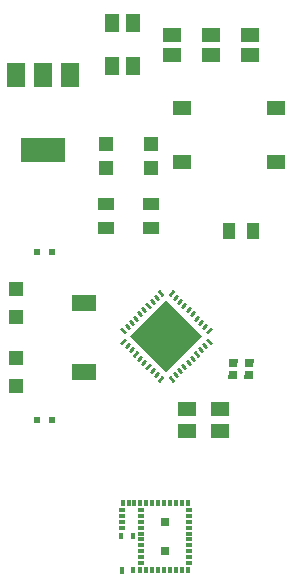
<source format=gbr>
G04 EAGLE Gerber X2 export*
%TF.Part,Single*%
%TF.FileFunction,Paste,Top*%
%TF.FilePolarity,Positive*%
%TF.GenerationSoftware,Autodesk,EAGLE,9.0.1*%
%TF.CreationDate,2019-06-07T13:03:31Z*%
G75*
%MOMM*%
%FSLAX34Y34*%
%LPD*%
%AMOC8*
5,1,8,0,0,1.08239X$1,22.5*%
G01*
%ADD10R,1.500000X1.300000*%
%ADD11R,1.524000X1.270000*%
%ADD12R,1.300000X1.500000*%
%ADD13R,1.200000X1.200000*%
%ADD14R,1.400000X1.100000*%
%ADD15R,1.100000X1.400000*%
%ADD16R,0.508000X0.508000*%
%ADD17C,0.230000*%
%ADD18R,4.270000X4.270000*%
%ADD19R,1.500000X2.000000*%
%ADD20R,3.800000X2.000000*%
%ADD21R,1.300000X1.300000*%
%ADD22R,2.000000X1.401600*%
%ADD23R,0.750000X0.700000*%
%ADD24R,1.550000X1.300000*%
%ADD25R,0.320000X0.480000*%
%ADD26R,0.480000X0.320000*%
%ADD27C,0.006400*%
%ADD28R,0.670000X0.670000*%


D10*
X241300Y448700D03*
X241300Y465700D03*
X208280Y448700D03*
X208280Y465700D03*
X175260Y448700D03*
X175260Y465700D03*
D11*
X187960Y130175D03*
X187960Y149225D03*
X215900Y130175D03*
X215900Y149225D03*
D12*
X124850Y476250D03*
X141850Y476250D03*
X141850Y439420D03*
X124850Y439420D03*
D13*
X157480Y373720D03*
X157480Y352720D03*
X119380Y373720D03*
X119380Y352720D03*
D14*
X119380Y302420D03*
X119380Y322420D03*
D15*
X223680Y299720D03*
X243680Y299720D03*
D14*
X157480Y322420D03*
X157480Y302420D03*
D16*
X60960Y139700D03*
X60960Y281940D03*
X73660Y139700D03*
X73660Y281940D03*
D17*
X187610Y189854D02*
X190226Y187238D01*
X186691Y183703D02*
X184075Y186319D01*
X180539Y182783D02*
X183155Y180167D01*
X179620Y176632D02*
X177004Y179248D01*
X173468Y175712D02*
X176084Y173096D01*
X193762Y190774D02*
X191146Y193390D01*
X194681Y196925D02*
X197297Y194309D01*
X200833Y197845D02*
X198217Y200461D01*
X201752Y203996D02*
X204368Y201380D01*
X207904Y204916D02*
X205288Y207532D01*
X187610Y231786D02*
X190226Y234402D01*
X186691Y237937D02*
X184075Y235321D01*
X180539Y238857D02*
X183155Y241473D01*
X179620Y245008D02*
X177004Y242392D01*
X173468Y245928D02*
X176084Y248544D01*
X193762Y230866D02*
X191146Y228250D01*
X194681Y224715D02*
X197297Y227331D01*
X200833Y223795D02*
X198217Y221179D01*
X201752Y217644D02*
X204368Y220260D01*
X207904Y216724D02*
X205288Y214108D01*
X149214Y228250D02*
X146598Y230866D01*
X143063Y227331D02*
X145679Y224715D01*
X142143Y221179D02*
X139527Y223795D01*
X135992Y220260D02*
X138608Y217644D01*
X135072Y214108D02*
X132456Y216724D01*
X150134Y234402D02*
X152750Y231786D01*
X156285Y235321D02*
X153669Y237937D01*
X157205Y241473D02*
X159821Y238857D01*
X163356Y242392D02*
X160740Y245008D01*
X164276Y248544D02*
X166892Y245928D01*
X149214Y193390D02*
X146598Y190774D01*
X143063Y194309D02*
X145679Y196925D01*
X142143Y200461D02*
X139527Y197845D01*
X135992Y201380D02*
X138608Y203996D01*
X135072Y207532D02*
X132456Y204916D01*
X150134Y187238D02*
X152750Y189854D01*
X156285Y186319D02*
X153669Y183703D01*
X157205Y180167D02*
X159821Y182783D01*
X163356Y179248D02*
X160740Y176632D01*
X164276Y173096D02*
X166892Y175712D01*
D18*
G36*
X139987Y210820D02*
X170180Y241013D01*
X200373Y210820D01*
X170180Y180627D01*
X139987Y210820D01*
G37*
D19*
X66040Y431550D03*
D20*
X66040Y368550D03*
D19*
X89040Y431550D03*
X43040Y431550D03*
D21*
X43180Y227260D03*
D22*
X100965Y238760D03*
D21*
X43180Y250260D03*
X43180Y168840D03*
D22*
X100965Y180340D03*
D21*
X43180Y191840D03*
D23*
G36*
X236660Y181338D02*
X244158Y181233D01*
X244060Y174234D01*
X236562Y174339D01*
X236660Y181338D01*
G37*
G36*
X230561Y174423D02*
X223063Y174528D01*
X223161Y181527D01*
X230659Y181422D01*
X230561Y174423D01*
G37*
G36*
X230700Y184422D02*
X223202Y184527D01*
X223300Y191526D01*
X230798Y191421D01*
X230700Y184422D01*
G37*
G36*
X236799Y191337D02*
X244297Y191232D01*
X244199Y184233D01*
X236701Y184338D01*
X236799Y191337D01*
G37*
D24*
X183770Y358500D03*
X263270Y358500D03*
X183770Y403500D03*
X263270Y403500D03*
D25*
X148461Y12573D03*
X153461Y12573D03*
X158461Y12573D03*
X163461Y12573D03*
X168461Y12573D03*
X173461Y12573D03*
X178461Y12573D03*
X183461Y12573D03*
X188461Y12573D03*
D26*
X189961Y18573D03*
X189961Y23573D03*
X189961Y28573D03*
X189961Y33573D03*
X189961Y38573D03*
X189961Y43573D03*
X189961Y48573D03*
X189961Y53573D03*
X189961Y58573D03*
X189961Y63573D03*
D25*
X188461Y69573D03*
X183461Y69573D03*
X178461Y69573D03*
X173461Y69573D03*
X168461Y69573D03*
X163461Y69573D03*
X158461Y69573D03*
X153461Y69573D03*
X148461Y69573D03*
X143461Y69573D03*
X138461Y69573D03*
X133461Y69573D03*
D26*
X132961Y63573D03*
X132961Y58573D03*
X132961Y53573D03*
X132961Y48573D03*
X148961Y63573D03*
X148961Y58573D03*
X148961Y53573D03*
X148961Y48573D03*
X148961Y43573D03*
X148961Y38573D03*
X148961Y33573D03*
X148961Y28573D03*
X148961Y23573D03*
X148961Y18573D03*
D25*
X132461Y41773D03*
D27*
X134029Y14941D02*
X134029Y10205D01*
X130893Y10205D01*
X130893Y14941D01*
X134029Y14941D01*
X134029Y10268D02*
X130893Y10268D01*
X130893Y10331D02*
X134029Y10331D01*
X134029Y10394D02*
X130893Y10394D01*
X130893Y10457D02*
X134029Y10457D01*
X134029Y10520D02*
X130893Y10520D01*
X130893Y10583D02*
X134029Y10583D01*
X134029Y10646D02*
X130893Y10646D01*
X130893Y10709D02*
X134029Y10709D01*
X134029Y10772D02*
X130893Y10772D01*
X130893Y10835D02*
X134029Y10835D01*
X134029Y10898D02*
X130893Y10898D01*
X130893Y10961D02*
X134029Y10961D01*
X134029Y11024D02*
X130893Y11024D01*
X130893Y11087D02*
X134029Y11087D01*
X134029Y11150D02*
X130893Y11150D01*
X130893Y11213D02*
X134029Y11213D01*
X134029Y11276D02*
X130893Y11276D01*
X130893Y11339D02*
X134029Y11339D01*
X134029Y11402D02*
X130893Y11402D01*
X130893Y11465D02*
X134029Y11465D01*
X134029Y11528D02*
X130893Y11528D01*
X130893Y11591D02*
X134029Y11591D01*
X134029Y11654D02*
X130893Y11654D01*
X130893Y11717D02*
X134029Y11717D01*
X134029Y11780D02*
X130893Y11780D01*
X130893Y11843D02*
X134029Y11843D01*
X134029Y11906D02*
X130893Y11906D01*
X130893Y11969D02*
X134029Y11969D01*
X134029Y12032D02*
X130893Y12032D01*
X130893Y12095D02*
X134029Y12095D01*
X134029Y12158D02*
X130893Y12158D01*
X130893Y12221D02*
X134029Y12221D01*
X134029Y12284D02*
X130893Y12284D01*
X130893Y12347D02*
X134029Y12347D01*
X134029Y12410D02*
X130893Y12410D01*
X130893Y12473D02*
X134029Y12473D01*
X134029Y12536D02*
X130893Y12536D01*
X130893Y12599D02*
X134029Y12599D01*
X134029Y12662D02*
X130893Y12662D01*
X130893Y12725D02*
X134029Y12725D01*
X134029Y12788D02*
X130893Y12788D01*
X130893Y12851D02*
X134029Y12851D01*
X134029Y12914D02*
X130893Y12914D01*
X130893Y12977D02*
X134029Y12977D01*
X134029Y13040D02*
X130893Y13040D01*
X130893Y13103D02*
X134029Y13103D01*
X134029Y13166D02*
X130893Y13166D01*
X130893Y13229D02*
X134029Y13229D01*
X134029Y13292D02*
X130893Y13292D01*
X130893Y13355D02*
X134029Y13355D01*
X134029Y13418D02*
X130893Y13418D01*
X130893Y13481D02*
X134029Y13481D01*
X134029Y13544D02*
X130893Y13544D01*
X130893Y13607D02*
X134029Y13607D01*
X134029Y13670D02*
X130893Y13670D01*
X130893Y13733D02*
X134029Y13733D01*
X134029Y13796D02*
X130893Y13796D01*
X130893Y13859D02*
X134029Y13859D01*
X134029Y13922D02*
X130893Y13922D01*
X130893Y13985D02*
X134029Y13985D01*
X134029Y14048D02*
X130893Y14048D01*
X130893Y14111D02*
X134029Y14111D01*
X134029Y14174D02*
X130893Y14174D01*
X130893Y14237D02*
X134029Y14237D01*
X134029Y14300D02*
X130893Y14300D01*
X130893Y14363D02*
X134029Y14363D01*
X134029Y14426D02*
X130893Y14426D01*
X130893Y14489D02*
X134029Y14489D01*
X134029Y14552D02*
X130893Y14552D01*
X130893Y14615D02*
X134029Y14615D01*
X134029Y14678D02*
X130893Y14678D01*
X130893Y14741D02*
X134029Y14741D01*
X134029Y14804D02*
X130893Y14804D01*
X130893Y14867D02*
X134029Y14867D01*
X134029Y14930D02*
X130893Y14930D01*
D25*
X142461Y41773D03*
X142461Y12573D03*
D28*
X169461Y53073D03*
X169461Y29073D03*
M02*

</source>
